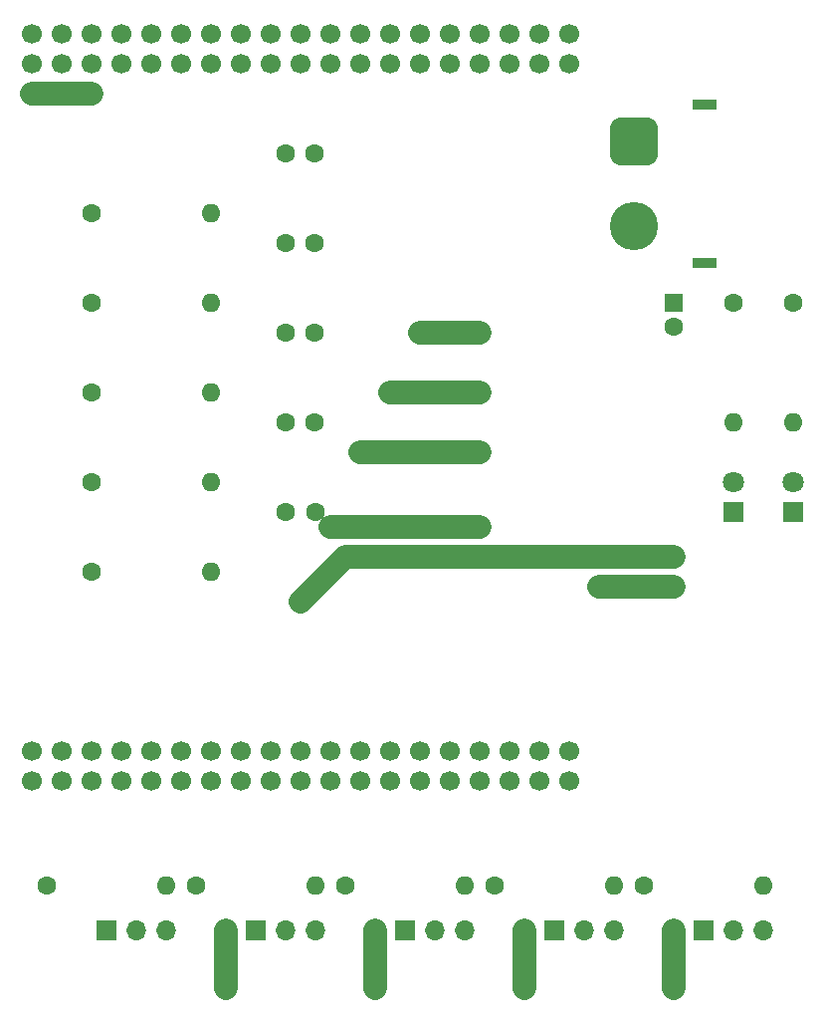
<source format=gbr>
%TF.GenerationSoftware,KiCad,Pcbnew,8.0.1*%
%TF.CreationDate,2024-10-19T15:00:55+09:00*%
%TF.ProjectId,kadai1,6b616461-6931-42e6-9b69-6361645f7063,rev?*%
%TF.SameCoordinates,PX4509570PY2f3c490*%
%TF.FileFunction,Copper,L1,Top*%
%TF.FilePolarity,Positive*%
%FSLAX46Y46*%
G04 Gerber Fmt 4.6, Leading zero omitted, Abs format (unit mm)*
G04 Created by KiCad (PCBNEW 8.0.1) date 2024-10-19 15:00:55*
%MOMM*%
%LPD*%
G01*
G04 APERTURE LIST*
G04 Aperture macros list*
%AMRoundRect*
0 Rectangle with rounded corners*
0 $1 Rounding radius*
0 $2 $3 $4 $5 $6 $7 $8 $9 X,Y pos of 4 corners*
0 Add a 4 corners polygon primitive as box body*
4,1,4,$2,$3,$4,$5,$6,$7,$8,$9,$2,$3,0*
0 Add four circle primitives for the rounded corners*
1,1,$1+$1,$2,$3*
1,1,$1+$1,$4,$5*
1,1,$1+$1,$6,$7*
1,1,$1+$1,$8,$9*
0 Add four rect primitives between the rounded corners*
20,1,$1+$1,$2,$3,$4,$5,0*
20,1,$1+$1,$4,$5,$6,$7,0*
20,1,$1+$1,$6,$7,$8,$9,0*
20,1,$1+$1,$8,$9,$2,$3,0*%
G04 Aperture macros list end*
%TA.AperFunction,ComponentPad*%
%ADD10C,1.600000*%
%TD*%
%TA.AperFunction,ComponentPad*%
%ADD11O,1.600000X1.600000*%
%TD*%
%TA.AperFunction,ComponentPad*%
%ADD12R,1.700000X1.700000*%
%TD*%
%TA.AperFunction,ComponentPad*%
%ADD13O,1.700000X1.700000*%
%TD*%
%TA.AperFunction,ComponentPad*%
%ADD14R,1.800000X1.800000*%
%TD*%
%TA.AperFunction,ComponentPad*%
%ADD15C,1.800000*%
%TD*%
%TA.AperFunction,ComponentPad*%
%ADD16C,1.700000*%
%TD*%
%TA.AperFunction,ComponentPad*%
%ADD17R,1.600000X1.600000*%
%TD*%
%TA.AperFunction,ComponentPad*%
%ADD18R,2.000000X0.900000*%
%TD*%
%TA.AperFunction,ComponentPad*%
%ADD19RoundRect,1.025000X-1.025000X1.025000X-1.025000X-1.025000X1.025000X-1.025000X1.025000X1.025000X0*%
%TD*%
%TA.AperFunction,ComponentPad*%
%ADD20C,4.100000*%
%TD*%
%TA.AperFunction,ViaPad*%
%ADD21C,0.600000*%
%TD*%
%TA.AperFunction,Conductor*%
%ADD22C,2.000000*%
%TD*%
G04 APERTURE END LIST*
D10*
%TO.P,R2,1*%
%TO.N,VCC*%
X63500000Y-26670000D03*
D11*
%TO.P,R2,2*%
%TO.N,Net-(D2-A)*%
X63500000Y-36830000D03*
%TD*%
D12*
%TO.P,J3,1,Pin_1*%
%TO.N,GND1*%
X48275000Y-80010000D03*
D13*
%TO.P,J3,2,Pin_2*%
%TO.N,VCC*%
X50815000Y-80010000D03*
%TO.P,J3,3,Pin_3*%
%TO.N,PWM2*%
X53355000Y-80010000D03*
%TD*%
D10*
%TO.P,R10,1*%
%TO.N,VCC*%
X17780000Y-76200000D03*
D11*
%TO.P,R10,2*%
%TO.N,PWM4*%
X27940000Y-76200000D03*
%TD*%
D10*
%TO.P,R9,1*%
%TO.N,B9*%
X8890000Y-41910000D03*
D11*
%TO.P,R9,2*%
%TO.N,Net-(R9-Pad2)*%
X19050000Y-41910000D03*
%TD*%
D10*
%TO.P,C6,1*%
%TO.N,VCC*%
X25400000Y-13970000D03*
%TO.P,C6,2*%
%TO.N,GND1*%
X27900000Y-13970000D03*
%TD*%
D12*
%TO.P,J5,1,Pin_1*%
%TO.N,GND1*%
X22875000Y-80010000D03*
D13*
%TO.P,J5,2,Pin_2*%
%TO.N,VCC*%
X25415000Y-80010000D03*
%TO.P,J5,3,Pin_3*%
%TO.N,PWM4*%
X27955000Y-80010000D03*
%TD*%
D10*
%TO.P,R8,1*%
%TO.N,VCC*%
X55880000Y-76200000D03*
D11*
%TO.P,R8,2*%
%TO.N,PWM1*%
X66040000Y-76200000D03*
%TD*%
D10*
%TO.P,R4,1*%
%TO.N,B7*%
X8890000Y-26670000D03*
D11*
%TO.P,R4,2*%
%TO.N,Net-(R4-Pad2)*%
X19050000Y-26670000D03*
%TD*%
D10*
%TO.P,C5,1*%
%TO.N,VCC*%
X25400000Y-21590000D03*
%TO.P,C5,2*%
%TO.N,GND1*%
X27900000Y-21590000D03*
%TD*%
D14*
%TO.P,D2,1,K*%
%TO.N,GND1*%
X63500000Y-44450000D03*
D15*
%TO.P,D2,2,A*%
%TO.N,Net-(D2-A)*%
X63500000Y-41910000D03*
%TD*%
D10*
%TO.P,R11,1*%
%TO.N,C6*%
X8890000Y-49530000D03*
D11*
%TO.P,R11,2*%
%TO.N,Net-(R11-Pad2)*%
X19050000Y-49530000D03*
%TD*%
D10*
%TO.P,C4,1*%
%TO.N,VCC*%
X25400000Y-29210000D03*
%TO.P,C4,2*%
%TO.N,GND1*%
X27900000Y-29210000D03*
%TD*%
D12*
%TO.P,J6,1,Pin_1*%
%TO.N,GND1*%
X10160000Y-80010000D03*
D13*
%TO.P,J6,2,Pin_2*%
%TO.N,VCC*%
X12700000Y-80010000D03*
%TO.P,J6,3,Pin_3*%
%TO.N,PWM5*%
X15240000Y-80010000D03*
%TD*%
D14*
%TO.P,D1,1,K*%
%TO.N,GND*%
X68580000Y-44450000D03*
D15*
%TO.P,D1,2,A*%
%TO.N,Net-(D1-A)*%
X68580000Y-41910000D03*
%TD*%
D10*
%TO.P,R6,1*%
%TO.N,B8*%
X8890000Y-34290000D03*
D11*
%TO.P,R6,2*%
%TO.N,Net-(R6-Pad2)*%
X19050000Y-34290000D03*
%TD*%
D10*
%TO.P,R1,1*%
%TO.N,+5V*%
X68580000Y-26670000D03*
D11*
%TO.P,R1,2*%
%TO.N,Net-(D1-A)*%
X68580000Y-36830000D03*
%TD*%
D16*
%TO.P,U6,1,RESET*%
%TO.N,unconnected-(U6-RESET-Pad1)*%
X19050000Y-64770000D03*
%TO.P,U6,2,BOOT0*%
%TO.N,unconnected-(U6-BOOT0-Pad2)*%
X11430000Y-67310000D03*
%TO.P,U6,3,IOREF*%
%TO.N,unconnected-(U6-IOREF-Pad3)*%
X16510000Y-64770000D03*
%TO.P,U6,4,AVDD*%
%TO.N,unconnected-(U6-AVDD-Pad4)*%
X11430000Y-6350000D03*
%TO.P,U6,5,VDD*%
%TO.N,unconnected-(U6-VDD-Pad5)*%
X8890000Y-67310000D03*
%TO.P,U6,6,VBAT*%
%TO.N,unconnected-(U6-VBAT-Pad6)*%
X44450000Y-67310000D03*
%TO.P,U6,7,VIN*%
%TO.N,unconnected-(U6-VIN-Pad7)*%
X31750000Y-64770000D03*
%TO.P,U6,8,U5V*%
%TO.N,unconnected-(U6-U5V-Pad8)*%
X11430000Y-3810000D03*
%TO.P,U6,9,E5V*%
%TO.N,unconnected-(U6-E5V-Pad9)*%
X8890000Y-64770000D03*
%TO.P,U6,10,+5V*%
%TO.N,+5V*%
X24130000Y-64770000D03*
%TO.P,U6,11,+3V3*%
%TO.N,unconnected-(U6-+3V3-Pad11)*%
X21590000Y-64770000D03*
%TO.P,U6,12,PA0(TIM2_CH1/TIM5_CH1/UART4_TX)*%
%TO.N,unconnected-(U6-PA0(TIM2_CH1{slash}TIM5_CH1{slash}UART4_TX)-Pad12)*%
X36830000Y-64770000D03*
%TO.P,U6,13,PA1(TIM2_CH2/TIM5CH2/UART4_RX)*%
%TO.N,unconnected-(U6-PA1(TIM2_CH2{slash}TIM5CH2{slash}UART4_RX)-Pad13)*%
X39370000Y-64770000D03*
%TO.P,U6,14,PA2(TIM2_CH3/TIM5_CH3/TIM9_CH1/USART2_TX)*%
%TO.N,unconnected-(U6-PA2(TIM2_CH3{slash}TIM5_CH3{slash}TIM9_CH1{slash}USART2_TX)-Pad14)*%
X46990000Y-6350000D03*
%TO.P,U6,15,PA3(TIM2_CH4/TIM5_CH4/TIM9_CH2/USART2_RX)*%
%TO.N,unconnected-(U6-PA3(TIM2_CH4{slash}TIM5_CH4{slash}TIM9_CH2{slash}USART2_RX)-Pad15)*%
X49530000Y-6350000D03*
%TO.P,U6,16,PA4*%
%TO.N,unconnected-(U6-PA4-Pad16)*%
X41910000Y-64770000D03*
%TO.P,U6,17,PA5(TIM2_CH1)*%
%TO.N,unconnected-(U6-PA5(TIM2_CH1)-Pad17)*%
X16510000Y-6350000D03*
%TO.P,U6,18,PA6(TIM3_CH1/TIM13_CH1)*%
%TO.N,unconnected-(U6-PA6(TIM3_CH1{slash}TIM13_CH1)-Pad18)*%
X19050000Y-6350000D03*
%TO.P,U6,19,PA7(TIM3_CH2/TIM14_CH1)*%
%TO.N,unconnected-(U6-PA7(TIM3_CH2{slash}TIM14_CH1)-Pad19)*%
X21590000Y-6350000D03*
%TO.P,U6,20,PA8(TIM1_CH1/12C3_SCL)*%
%TO.N,unconnected-(U6-PA8(TIM1_CH1{slash}12C3_SCL)-Pad20)*%
X31750000Y-6350000D03*
%TO.P,U6,21,PA9(TIM1_CH2/USART1_TX)*%
%TO.N,unconnected-(U6-PA9(TIM1_CH2{slash}USART1_TX)-Pad21)*%
X29210000Y-6350000D03*
%TO.P,U6,22,PA10(TIM1_CH3/USART1_RX)*%
%TO.N,unconnected-(U6-PA10(TIM1_CH3{slash}USART1_RX)-Pad22)*%
X44450000Y-6350000D03*
%TO.P,U6,23,PA11(TIM1_CH4/CAN1_RX)*%
%TO.N,unconnected-(U6-PA11(TIM1_CH4{slash}CAN1_RX)-Pad23)*%
X19050000Y-3810000D03*
%TO.P,U6,24,PA12(CAN1_TX)*%
%TO.N,unconnected-(U6-PA12(CAN1_TX)-Pad24)*%
X16510000Y-3810000D03*
%TO.P,U6,25,PA13(JTCK-SWDIO)*%
%TO.N,unconnected-(U6-PA13(JTCK-SWDIO)-Pad25)*%
X19050000Y-67310000D03*
%TO.P,U6,26,PA14(JTCK-SWCLK)*%
%TO.N,unconnected-(U6-PA14(JTCK-SWCLK)-Pad26)*%
X21590000Y-67310000D03*
%TO.P,U6,27,PA15(TIM2_CH1)*%
%TO.N,unconnected-(U6-PA15(TIM2_CH1)-Pad27)*%
X24130000Y-67310000D03*
%TO.P,U6,28,PD2(UART5_RX)*%
%TO.N,unconnected-(U6-PD2(UART5_RX)-Pad28)*%
X6350000Y-64770000D03*
%TO.P,U6,29,PH0*%
%TO.N,unconnected-(U6-PH0-Pad29)*%
X39370000Y-67310000D03*
%TO.P,U6,30,PH1*%
%TO.N,unconnected-(U6-PH1-Pad30)*%
X41910000Y-67310000D03*
%TO.P,U6,31,(TIM3_CH3)PB0*%
%TO.N,unconnected-(U6-(TIM3_CH3)PB0-Pad31)*%
X44450000Y-64770000D03*
%TO.P,U6,32,(TIM3_CH4)PB1*%
%TO.N,unconnected-(U6-(TIM3_CH4)PB1-Pad32)*%
X31750000Y-3810000D03*
%TO.P,U6,33,(TIM2_CH4)PB2*%
%TO.N,unconnected-(U6-(TIM2_CH4)PB2-Pad33)*%
X29210000Y-3810000D03*
%TO.P,U6,34,(TIM3_CH1/12C2_SDA)PB3*%
%TO.N,unconnected-(U6-(TIM3_CH1{slash}12C2_SDA)PB3-Pad34)*%
X41910000Y-6350000D03*
%TO.P,U6,35,(TIM3_CH1/12C3_SDA)PB4*%
%TO.N,unconnected-(U6-(TIM3_CH1{slash}12C3_SDA)PB4-Pad35)*%
X36830000Y-6350000D03*
%TO.P,U6,36,(TIM3_CH2/CAN2_RX)PB5*%
%TO.N,unconnected-(U6-(TIM3_CH2{slash}CAN2_RX)PB5-Pad36)*%
X39370000Y-6350000D03*
%TO.P,U6,37,(TIM4_CH1/12C1_SCL/USART1_TX/CAN2_TX)PB6*%
%TO.N,B6*%
X24130000Y-6350000D03*
%TO.P,U6,38,(TIM4_CH2/12C1_SDA/USART1_RX)PB7*%
%TO.N,B7*%
X29210000Y-67310000D03*
%TO.P,U6,39,(TIM2_CH1/TIM4_CH3/TIM10_CH1/12C1_SCL/CAN1_RX)PB8*%
%TO.N,B8*%
X6350000Y-6350000D03*
%TO.P,U6,40,(TIM2_CH2/TIM4_CH4/TIM11_CH1/12C1_SDA/CAN1_TX)PB9*%
%TO.N,B9*%
X8890000Y-6350000D03*
%TO.P,U6,41,(TIM_2CH3/12C2_SCL/USART3_RX)PB10*%
%TO.N,unconnected-(U6-(TIM_2CH3{slash}12C2_SCL{slash}USART3_RX)PB10-Pad41)*%
X34290000Y-6350000D03*
%TO.P,U6,42,(CAN2_RX)PB12*%
%TO.N,unconnected-(U6-(CAN2_RX)PB12-Pad42)*%
X21590000Y-3810000D03*
%TO.P,U6,43,(CAN2_TX)PB13*%
%TO.N,unconnected-(U6-(CAN2_TX)PB13-Pad43)*%
X39370000Y-3810000D03*
%TO.P,U6,44,(TIM12_CH1)PB14*%
%TO.N,unconnected-(U6-(TIM12_CH1)PB14-Pad44)*%
X36830000Y-3810000D03*
%TO.P,U6,45,(TIM12_CH2)PB15*%
%TO.N,unconnected-(U6-(TIM12_CH2)PB15-Pad45)*%
X34290000Y-3810000D03*
%TO.P,U6,46,PC0(PB9)*%
%TO.N,unconnected-(U6-PC0(PB9)-Pad46)*%
X49530000Y-64770000D03*
%TO.P,U6,47,PC1(PB9)*%
%TO.N,unconnected-(U6-PC1(PB9)-Pad47)*%
X46990000Y-64770000D03*
%TO.P,U6,48,PC2*%
%TO.N,unconnected-(U6-PC2-Pad48)*%
X46990000Y-67310000D03*
%TO.P,U6,49,PC3*%
%TO.N,unconnected-(U6-PC3-Pad49)*%
X49530000Y-67310000D03*
%TO.P,U6,50,PC4*%
%TO.N,unconnected-(U6-PC4-Pad50)*%
X44450000Y-3810000D03*
%TO.P,U6,51,(USART3_RX)PC5*%
%TO.N,unconnected-(U6-(USART3_RX)PC5-Pad51)*%
X8890000Y-3810000D03*
%TO.P,U6,52,(TIM3_CH1/TIM8_CH1/USART6_TX)PC6*%
%TO.N,C6*%
X6350000Y-3810000D03*
%TO.P,U6,53,(TIM3_CH2/TIM8_CH2/USART6_RX)PC7*%
%TO.N,unconnected-(U6-(TIM3_CH2{slash}TIM8_CH2{slash}USART6_RX)PC7-Pad53)*%
X26670000Y-6350000D03*
%TO.P,U6,54,(TIM3_CH3/TIM8_CH3)PC8*%
%TO.N,unconnected-(U6-(TIM3_CH3{slash}TIM8_CH3)PC8-Pad54)*%
X3810000Y-3810000D03*
%TO.P,U6,55,(TIM3_CH4/TIM8_CH4/12C3_SDA)PC9*%
%TO.N,unconnected-(U6-(TIM3_CH4{slash}TIM8_CH4{slash}12C3_SDA)PC9-Pad55)*%
X3810000Y-6350000D03*
%TO.P,U6,56,(USART3_TX/UART4_TX)PC10*%
%TO.N,unconnected-(U6-(USART3_TX{slash}UART4_TX)PC10-Pad56)*%
X3810000Y-67310000D03*
%TO.P,U6,57,(USART3_RX/UART4_RX)PC11*%
%TO.N,unconnected-(U6-(USART3_RX{slash}UART4_RX)PC11-Pad57)*%
X3810000Y-64770000D03*
%TO.P,U6,58,(12C2_SDA/UART5_TX)PC12*%
%TO.N,unconnected-(U6-(12C2_SDA{slash}UART5_TX)PC12-Pad58)*%
X6350000Y-67310000D03*
%TO.P,U6,59,PC13*%
%TO.N,unconnected-(U6-PC13-Pad59)*%
X31750000Y-67310000D03*
%TO.P,U6,60,PC14*%
%TO.N,unconnected-(U6-PC14-Pad60)*%
X34290000Y-67310000D03*
%TO.P,U6,61,PC15*%
%TO.N,unconnected-(U6-PC15-Pad61)*%
X36830000Y-67310000D03*
%TO.P,U6,62,GND*%
%TO.N,GND*%
X26670000Y-67310000D03*
X11430000Y-64770000D03*
X26670000Y-64770000D03*
X29210000Y-64770000D03*
X13970000Y-6350000D03*
X26670000Y-3810000D03*
X41910000Y-3810000D03*
%TO.P,U6,63*%
%TO.N,N/C*%
X16510000Y-67310000D03*
%TO.P,U6,64*%
X13970000Y-64770000D03*
%TO.P,U6,65*%
X13970000Y-67310000D03*
%TO.P,U6,66*%
X34290000Y-64770000D03*
%TO.P,U6,67*%
X13970000Y-3810000D03*
%TO.P,U6,68*%
X24130000Y-3810000D03*
%TO.P,U6,69*%
X46990000Y-3810000D03*
%TO.P,U6,70*%
X49530000Y-3810000D03*
%TD*%
D10*
%TO.P,C2,1*%
%TO.N,VCC*%
X25440000Y-44450000D03*
%TO.P,C2,2*%
%TO.N,GND1*%
X27940000Y-44450000D03*
%TD*%
%TO.P,C3,1*%
%TO.N,VCC*%
X25400000Y-36830000D03*
%TO.P,C3,2*%
%TO.N,GND1*%
X27900000Y-36830000D03*
%TD*%
D17*
%TO.P,C1,1*%
%TO.N,VCC*%
X58420000Y-26670000D03*
D10*
%TO.P,C1,2*%
%TO.N,GND1*%
X58420000Y-28670000D03*
%TD*%
D12*
%TO.P,J2,1,Pin_1*%
%TO.N,GND1*%
X60960000Y-80010000D03*
D13*
%TO.P,J2,2,Pin_2*%
%TO.N,VCC*%
X63500000Y-80010000D03*
%TO.P,J2,3,Pin_3*%
%TO.N,PWM1*%
X66040000Y-80010000D03*
%TD*%
D12*
%TO.P,J4,1,Pin_1*%
%TO.N,GND1*%
X35560000Y-80010000D03*
D13*
%TO.P,J4,2,Pin_2*%
%TO.N,VCC*%
X38100000Y-80010000D03*
%TO.P,J4,3,Pin_3*%
%TO.N,PWM3*%
X40640000Y-80010000D03*
%TD*%
D10*
%TO.P,R5,1*%
%TO.N,VCC*%
X43180000Y-76200000D03*
D11*
%TO.P,R5,2*%
%TO.N,PWM2*%
X53340000Y-76200000D03*
%TD*%
D18*
%TO.P,J1,*%
%TO.N,*%
X61080000Y-9760000D03*
X61080000Y-23260000D03*
D19*
%TO.P,J1,1,Pin_1*%
%TO.N,GND1*%
X55080000Y-12910000D03*
D20*
%TO.P,J1,2,Pin_2*%
%TO.N,VCC*%
X55080000Y-20110000D03*
%TD*%
D10*
%TO.P,R12,1*%
%TO.N,VCC*%
X5080000Y-76200000D03*
D11*
%TO.P,R12,2*%
%TO.N,PWM5*%
X15240000Y-76200000D03*
%TD*%
D10*
%TO.P,R7,1*%
%TO.N,VCC*%
X30480000Y-76200000D03*
D11*
%TO.P,R7,2*%
%TO.N,PWM3*%
X40640000Y-76200000D03*
%TD*%
D10*
%TO.P,R3,1*%
%TO.N,B6*%
X8890000Y-19050000D03*
D11*
%TO.P,R3,2*%
%TO.N,Net-(R3-Pad2)*%
X19050000Y-19050000D03*
%TD*%
D21*
%TO.N,GND1*%
X45720000Y-80010000D03*
X36830000Y-29210000D03*
X41910000Y-45720000D03*
X34290000Y-34290000D03*
X45720000Y-85090000D03*
X41910000Y-34290000D03*
X20320000Y-80010000D03*
X52070000Y-50800000D03*
X33020000Y-80010000D03*
X33020000Y-85090000D03*
X58420000Y-85090000D03*
X41910000Y-39370000D03*
X58420000Y-80010000D03*
X31750000Y-39370000D03*
X58420000Y-50800000D03*
X20320000Y-85090000D03*
X41910000Y-29210000D03*
X29210000Y-45720000D03*
%TO.N,+5V*%
X26670000Y-52070000D03*
X58420000Y-48260000D03*
%TO.N,B9*%
X3810000Y-8890000D03*
X8890000Y-8890000D03*
%TD*%
D22*
%TO.N,GND1*%
X52070000Y-50800000D02*
X58420000Y-50800000D01*
X20320000Y-80010000D02*
X20320000Y-84860000D01*
X41910000Y-39370000D02*
X31750000Y-39370000D01*
X41910000Y-34290000D02*
X34290000Y-34290000D01*
X58420000Y-80010000D02*
X58420000Y-84860000D01*
X45720000Y-80010000D02*
X45720000Y-84860000D01*
X33020000Y-80010000D02*
X33020000Y-84860000D01*
X29210000Y-45720000D02*
X41910000Y-45720000D01*
X36830000Y-29210000D02*
X41910000Y-29210000D01*
%TO.N,+5V*%
X30480000Y-48260000D02*
X26670000Y-52070000D01*
X58420000Y-48260000D02*
X30480000Y-48260000D01*
%TO.N,B9*%
X8890000Y-8890000D02*
X3810000Y-8890000D01*
%TD*%
M02*

</source>
